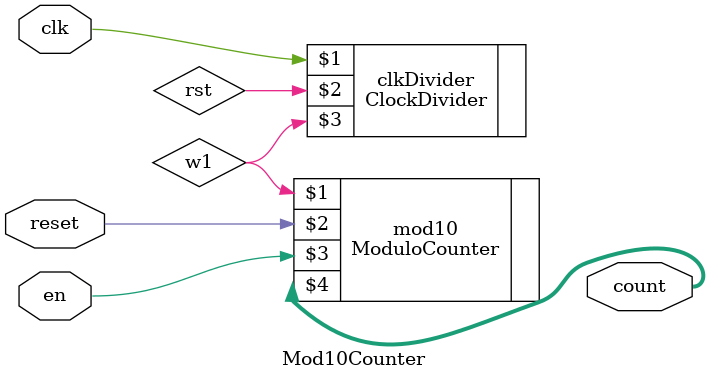
<source format=v>
`timescale 1ns / 1ps


module Mod10Counter(input clk, reset,en, output [3:0]count);
wire w1;
ClockDivider clkDivider(clk, rst, w1);
ModuloCounter #(4,10) mod10(w1,reset,en,count);
endmodule
</source>
